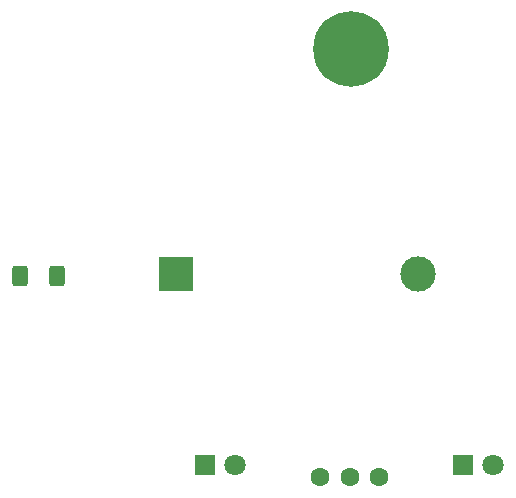
<source format=gbr>
%TF.GenerationSoftware,KiCad,Pcbnew,8.0.4*%
%TF.CreationDate,2024-08-07T13:37:20+08:00*%
%TF.ProjectId,flashlight schematic,666c6173-686c-4696-9768-742073636865,rev?*%
%TF.SameCoordinates,Original*%
%TF.FileFunction,Soldermask,Bot*%
%TF.FilePolarity,Negative*%
%FSLAX46Y46*%
G04 Gerber Fmt 4.6, Leading zero omitted, Abs format (unit mm)*
G04 Created by KiCad (PCBNEW 8.0.4) date 2024-08-07 13:37:20*
%MOMM*%
%LPD*%
G01*
G04 APERTURE LIST*
G04 Aperture macros list*
%AMRoundRect*
0 Rectangle with rounded corners*
0 $1 Rounding radius*
0 $2 $3 $4 $5 $6 $7 $8 $9 X,Y pos of 4 corners*
0 Add a 4 corners polygon primitive as box body*
4,1,4,$2,$3,$4,$5,$6,$7,$8,$9,$2,$3,0*
0 Add four circle primitives for the rounded corners*
1,1,$1+$1,$2,$3*
1,1,$1+$1,$4,$5*
1,1,$1+$1,$6,$7*
1,1,$1+$1,$8,$9*
0 Add four rect primitives between the rounded corners*
20,1,$1+$1,$2,$3,$4,$5,0*
20,1,$1+$1,$4,$5,$6,$7,0*
20,1,$1+$1,$6,$7,$8,$9,0*
20,1,$1+$1,$8,$9,$2,$3,0*%
G04 Aperture macros list end*
%ADD10C,6.400000*%
%ADD11C,1.600000*%
%ADD12R,1.800000X1.800000*%
%ADD13C,1.800000*%
%ADD14RoundRect,0.250000X-0.400000X-0.625000X0.400000X-0.625000X0.400000X0.625000X-0.400000X0.625000X0*%
%ADD15R,3.000000X3.000000*%
%ADD16C,3.000000*%
G04 APERTURE END LIST*
D10*
%TO.C,REF\u002A\u002A*%
X150200000Y-71400000D03*
%TD*%
D11*
%TO.C,SW1*%
X147600000Y-107600000D03*
X150100000Y-107600000D03*
X152600000Y-107600000D03*
%TD*%
D12*
%TO.C,D2*%
X159725000Y-106600000D03*
D13*
X162265000Y-106600000D03*
%TD*%
D12*
%TO.C,D1*%
X137860000Y-106600000D03*
D13*
X140400000Y-106600000D03*
%TD*%
D14*
%TO.C,R1*%
X122200000Y-90600000D03*
X125300000Y-90600000D03*
%TD*%
D15*
%TO.C,BT1*%
X135425000Y-90400000D03*
D16*
X155915000Y-90400000D03*
%TD*%
M02*

</source>
